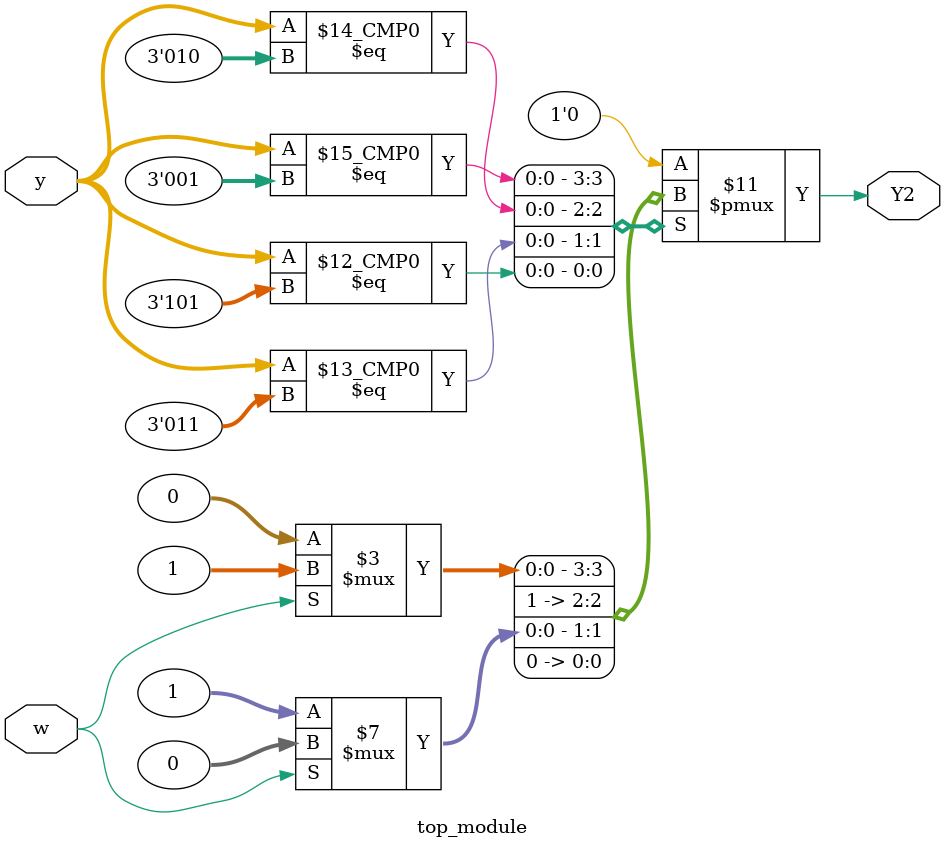
<source format=sv>
module top_module(
    input [3:1] y,
    input w,
    output reg Y2);

    always @(*) begin
        case (y)
            3'b000: Y2 = 0; // State A
            3'b001: Y2 = (w == 0) ? 0 : 1; // State B
            3'b010: Y2 = (w == 0) ? 1 : 1; // State C
            3'b011: Y2 = (w == 0) ? 1 : 0; // State D
            3'b100: Y2 = 0; // State E
            3'b101: Y2 = (w == 0) ? 0 : 0; // State F
            default: Y2 = 0; // Default case to cover all other undefined states
        endcase
    end

endmodule

</source>
